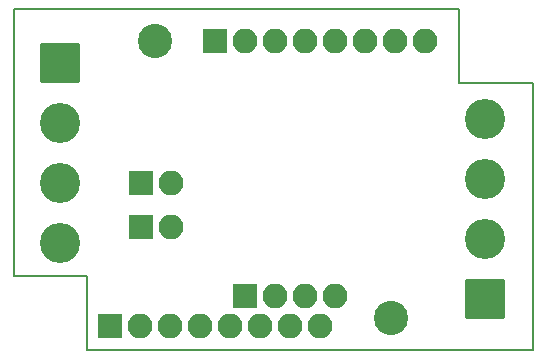
<source format=gbs>
G04 #@! TF.GenerationSoftware,KiCad,Pcbnew,7.0.1-3b83917a11~172~ubuntu20.04.1*
G04 #@! TF.CreationDate,2023-03-26T04:48:50+02:00*
G04 #@! TF.ProjectId,C64Saver2,43363453-6176-4657-9232-2e6b69636164,2.6*
G04 #@! TF.SameCoordinates,Original*
G04 #@! TF.FileFunction,Soldermask,Bot*
G04 #@! TF.FilePolarity,Negative*
%FSLAX46Y46*%
G04 Gerber Fmt 4.6, Leading zero omitted, Abs format (unit mm)*
G04 Created by KiCad (PCBNEW 7.0.1-3b83917a11~172~ubuntu20.04.1) date 2023-03-26 04:48:50*
%MOMM*%
%LPD*%
G01*
G04 APERTURE LIST*
G04 Aperture macros list*
%AMRoundRect*
0 Rectangle with rounded corners*
0 $1 Rounding radius*
0 $2 $3 $4 $5 $6 $7 $8 $9 X,Y pos of 4 corners*
0 Add a 4 corners polygon primitive as box body*
4,1,4,$2,$3,$4,$5,$6,$7,$8,$9,$2,$3,0*
0 Add four circle primitives for the rounded corners*
1,1,$1+$1,$2,$3*
1,1,$1+$1,$4,$5*
1,1,$1+$1,$6,$7*
1,1,$1+$1,$8,$9*
0 Add four rect primitives between the rounded corners*
20,1,$1+$1,$2,$3,$4,$5,0*
20,1,$1+$1,$4,$5,$6,$7,0*
20,1,$1+$1,$6,$7,$8,$9,0*
20,1,$1+$1,$8,$9,$2,$3,0*%
G04 Aperture macros list end*
%ADD10RoundRect,0.200000X-1.500000X1.500000X-1.500000X-1.500000X1.500000X-1.500000X1.500000X1.500000X0*%
%ADD11C,3.400000*%
%ADD12RoundRect,0.200000X1.500000X-1.500000X1.500000X1.500000X-1.500000X1.500000X-1.500000X-1.500000X0*%
%ADD13RoundRect,0.200000X0.850000X-0.850000X0.850000X0.850000X-0.850000X0.850000X-0.850000X-0.850000X0*%
%ADD14O,2.100000X2.100000*%
%ADD15C,2.900000*%
G04 #@! TA.AperFunction,Profile*
%ADD16C,0.150000*%
G04 #@! TD*
G04 APERTURE END LIST*
D10*
X144399000Y-88265000D03*
D11*
X144399000Y-93345000D03*
X144399000Y-98425000D03*
X144399000Y-103505000D03*
D12*
X180340000Y-108204000D03*
D11*
X180340000Y-103124000D03*
X180340000Y-98044000D03*
X180340000Y-92964000D03*
D13*
X157480000Y-86360000D03*
D14*
X160020000Y-86360000D03*
X162560000Y-86360000D03*
X165100000Y-86360000D03*
X167640000Y-86360000D03*
X170180000Y-86360000D03*
X172720000Y-86360000D03*
X175260000Y-86360000D03*
X166370000Y-110490000D03*
X163830000Y-110490000D03*
X161290000Y-110490000D03*
X158750000Y-110490000D03*
X156210000Y-110490000D03*
X153670000Y-110490000D03*
X151130000Y-110490000D03*
D13*
X148590000Y-110490000D03*
X160020000Y-107950000D03*
D14*
X162560000Y-107950000D03*
X165100000Y-107950000D03*
X167640000Y-107950000D03*
D15*
X152405080Y-86357460D03*
X172399960Y-109862620D03*
D13*
X151252000Y-98425000D03*
D14*
X153792000Y-98425000D03*
D13*
X151252000Y-102108000D03*
D14*
X153792000Y-102108000D03*
D16*
X146685000Y-106299000D02*
X140462000Y-106299000D01*
X184404000Y-89916000D02*
X184404000Y-112522000D01*
X140462000Y-106299000D02*
X140462000Y-83693000D01*
X178181000Y-83693000D02*
X178181000Y-89916000D01*
X140462000Y-83693000D02*
X178181000Y-83693000D01*
X184404000Y-112522000D02*
X146685000Y-112522000D01*
X178181000Y-89916000D02*
X184404000Y-89916000D01*
X146685000Y-112522000D02*
X146685000Y-106299000D01*
M02*

</source>
